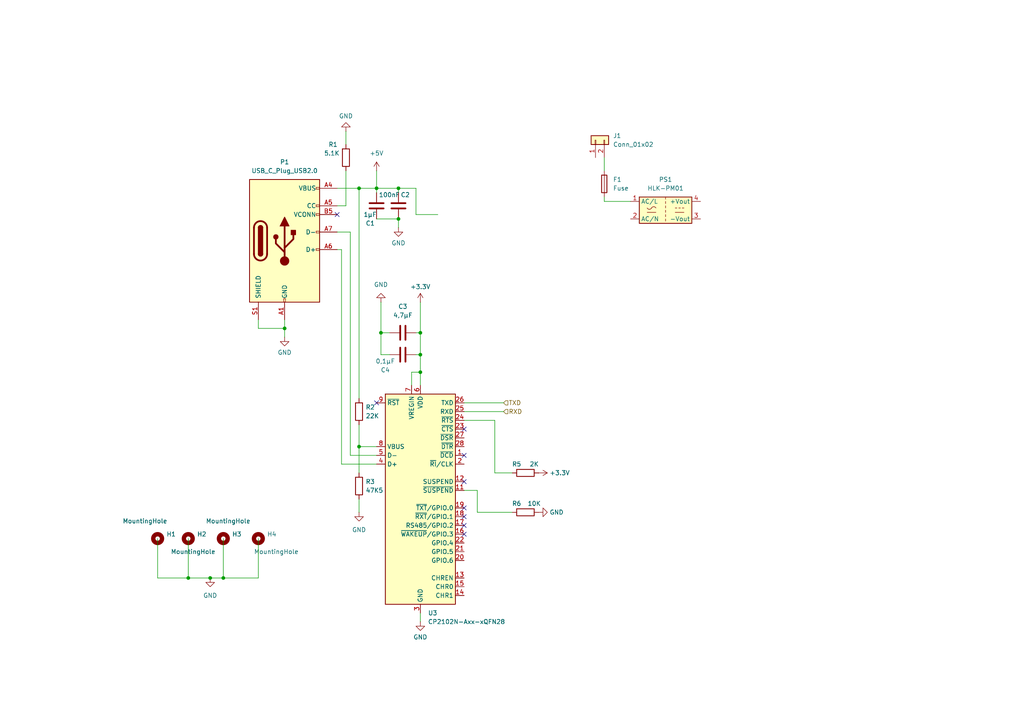
<source format=kicad_sch>
(kicad_sch (version 20231120) (generator "eeschema") (generator_version "8.0")
  (paper "A4")
  (lib_symbols
    (symbol "Connector:USB_C_Plug_USB2.0" (pin_names (offset 1.016))
      (property "Reference" "P" (at -10.16 19.05 0))
      (property "Value" "USB_C_Plug_USB2.0" (at 12.7 19.05 0))
      (symbol "USB_C_Plug_USB2.0_0_0"
        (rectangle (start -0.254 -17.78) (end 0.254 -16.764))
        (rectangle (start 10.16 -2.286) (end 9.144 -2.794))
        (rectangle (start 10.16 2.794) (end 9.144 2.286))
        (rectangle (start 10.16 7.874) (end 9.144 7.366))
        (rectangle (start 10.16 10.414) (end 9.144 9.906))
        (rectangle (start 10.16 15.494) (end 9.144 14.986))
      )
      (symbol "USB_C_Plug_USB2.0_0_1"
        (rectangle (start -10.16 17.78) (end 10.16 -17.78) (stroke (width 0.254)) (fill (type background)))
        (arc (start -8.89 -3.81) (mid -6.985 -5.7067) (end -5.08 -3.81) (stroke (width 0.508)))
        (arc (start -7.62 -3.81) (mid -6.985 -4.4423) (end -6.35 -3.81) (stroke (width 0.254)))
        (arc (start -7.62 -3.81) (mid -6.985 -4.4423) (end -6.35 -3.81) (stroke (width 0.254)) (fill (type outline)))
        (rectangle (start -7.62 -3.81) (end -6.35 3.81) (stroke (width 0.254)) (fill (type outline)))
        (arc (start -6.35 3.81) (mid -6.985 4.4423) (end -7.62 3.81) (stroke (width 0.254)))
        (arc (start -6.35 3.81) (mid -6.985 4.4423) (end -7.62 3.81) (stroke (width 0.254)) (fill (type outline)))
        (arc (start -5.08 3.81) (mid -6.985 5.7067) (end -8.89 3.81) (stroke (width 0.508)))
        (circle (center -2.54 1.143) (radius 0.635) (stroke (width 0.254)) (fill (type outline)))
        (circle (center 0 -5.842) (radius 1.27) (fill (type outline)))
        (polyline (pts (xy -8.89 -3.81) (xy -8.89 3.81)) (stroke (width 0.508)))
        (polyline (pts (xy -5.08 3.81) (xy -5.08 -3.81)) (stroke (width 0.508)))
        (polyline (pts (xy 0 -5.842) (xy 0 4.318)) (stroke (width 0.508)))
        (polyline (pts (xy 0 -3.302) (xy -2.54 -0.762) (xy -2.54 0.508)) (stroke (width 0.508)))
        (polyline (pts (xy 0 -2.032) (xy 2.54 0.508) (xy 2.54 1.778)) (stroke (width 0.508)))
        (polyline (pts (xy -1.27 4.318) (xy 0 6.858) (xy 1.27 4.318) (xy -1.27 4.318)) (stroke (width 0.254)) (fill (type outline)))
        (rectangle (start 1.905 1.778) (end 3.175 3.048) (stroke (width 0.254)) (fill (type outline)))
      )
      (symbol "USB_C_Plug_USB2.0_1_1"
        (pin passive line (at 0 -22.86 90) (length 5.08) (name "GND") (number "A1"))
        (pin passive line (at 0 -22.86 90) (length 5.08) hide (name "GND") (number "A12"))
        (pin passive line (at 15.24 15.24 180) (length 5.08) (name "VBUS") (number "A4"))
        (pin bidirectional line (at 15.24 10.16 180) (length 5.08) (name "CC") (number "A5"))
        (pin bidirectional line (at 15.24 -2.54 180) (length 5.08) (name "D+") (number "A6"))
        (pin bidirectional line (at 15.24 2.54 180) (length 5.08) (name "D-") (number "A7"))
        (pin passive line (at 15.24 15.24 180) (length 5.08) hide (name "VBUS") (number "A9"))
        (pin passive line (at 0 -22.86 90) (length 5.08) hide (name "GND") (number "B1"))
        (pin passive line (at 0 -22.86 90) (length 5.08) hide (name "GND") (number "B12"))
        (pin passive line (at 15.24 15.24 180) (length 5.08) hide (name "VBUS") (number "B4"))
        (pin bidirectional line (at 15.24 7.62 180) (length 5.08) (name "VCONN") (number "B5"))
        (pin passive line (at 15.24 15.24 180) (length 5.08) hide (name "VBUS") (number "B9"))
        (pin passive line (at -7.62 -22.86 90) (length 5.08) (name "SHIELD") (number "S1"))
      )
    )
    (symbol "Connector_Generic:Conn_01x02" (pin_names (offset 1.016) hide)
      (property "Reference" "J" (at 0 2.54 0))
      (property "Value" "Conn_01x02" (at 0 -5.08 0))
      (symbol "Conn_01x02_1_1"
        (rectangle (start -1.27 -2.413) (end 0 -2.667) (stroke (width 0.1524)))
        (rectangle (start -1.27 0.127) (end 0 -0.127) (stroke (width 0.1524)))
        (rectangle (start -1.27 1.27) (end 1.27 -3.81) (stroke (width 0.254)) (fill (type background)))
        (pin passive line (at -5.08 0 0) (length 3.81) (name "Pin_1") (number "1"))
        (pin passive line (at -5.08 -2.54 0) (length 3.81) (name "Pin_2") (number "2"))
      )
    )
    (symbol "Converter_ACDC:HLK-PM01"
      (property "Reference" "PS" (at 0 5.08 0))
      (property "Value" "HLK-PM01" (at 0 -5.08 0))
      (symbol "HLK-PM01_0_1"
        (rectangle (start -7.62 3.81) (end 7.62 -3.81) (stroke (width 0.254)) (fill (type background)))
        (arc (start -5.334 0.635) (mid -4.699 0.2495) (end -4.064 0.635))
        (arc (start -2.794 0.635) (mid -3.429 1.0072) (end -4.064 0.635))
        (polyline (pts (xy -5.334 -0.635) (xy -2.794 -0.635)))
        (polyline (pts (xy 0 -2.54) (xy 0 -3.175)))
        (polyline (pts (xy 0 -1.27) (xy 0 -1.905)))
        (polyline (pts (xy 0 0) (xy 0 -0.635)))
        (polyline (pts (xy 0 1.27) (xy 0 0.635)))
        (polyline (pts (xy 0 2.54) (xy 0 1.905)))
        (polyline (pts (xy 0 3.81) (xy 0 3.175)))
        (polyline (pts (xy 2.794 -0.635) (xy 5.334 -0.635)))
        (polyline (pts (xy 2.794 0.635) (xy 3.302 0.635)))
        (polyline (pts (xy 3.81 0.635) (xy 4.318 0.635)))
        (polyline (pts (xy 4.826 0.635) (xy 5.334 0.635)))
      )
      (symbol "HLK-PM01_1_1"
        (pin power_in line (at -10.16 2.54 0) (length 2.54) (name "AC/L") (number "1"))
        (pin power_in line (at -10.16 -2.54 0) (length 2.54) (name "AC/N") (number "2"))
        (pin power_out line (at 10.16 -2.54 180) (length 2.54) (name "-Vout") (number "3"))
        (pin power_out line (at 10.16 2.54 180) (length 2.54) (name "+Vout") (number "4"))
      )
    )
    (symbol "Device:C" (pin_numbers hide) (pin_names (offset 0.254))
      (property "Reference" "C" (at 0.635 2.54 0))
      (property "Value" "C" (at 0.635 -2.54 0))
      (symbol "C_0_1"
        (polyline (pts (xy -2.032 -0.762) (xy 2.032 -0.762)) (stroke (width 0.508)))
        (polyline (pts (xy -2.032 0.762) (xy 2.032 0.762)) (stroke (width 0.508)))
      )
      (symbol "C_1_1"
        (pin passive line (at 0 3.81 270) (length 2.794) (name "~") (number "1"))
        (pin passive line (at 0 -3.81 90) (length 2.794) (name "~") (number "2"))
      )
    )
    (symbol "Device:Fuse" (pin_numbers hide) (pin_names (offset 0))
      (property "Reference" "F" (at 2.032 0 90))
      (property "Value" "Fuse" (at -1.905 0 90))
      (symbol "Fuse_0_1"
        (rectangle (start -0.762 -2.54) (end 0.762 2.54) (stroke (width 0.254)))
        (polyline (pts (xy 0 2.54) (xy 0 -2.54)))
      )
      (symbol "Fuse_1_1"
        (pin passive line (at 0 3.81 270) (length 1.27) (name "~") (number "1"))
        (pin passive line (at 0 -3.81 90) (length 1.27) (name "~") (number "2"))
      )
    )
    (symbol "Device:R" (pin_numbers hide) (pin_names (offset 0))
      (property "Reference" "R" (at 2.032 0 90))
      (property "Value" "R" (at 0 0 90))
      (symbol "R_0_1"
        (rectangle (start -1.016 -2.54) (end 1.016 2.54) (stroke (width 0.254)))
      )
      (symbol "R_1_1"
        (pin passive line (at 0 3.81 270) (length 1.27) (name "~") (number "1"))
        (pin passive line (at 0 -3.81 90) (length 1.27) (name "~") (number "2"))
      )
    )
    (symbol "Interface_USB:CP2102N-Axx-xQFN28"
      (property "Reference" "U" (at -8.89 31.75 0))
      (property "Value" "CP2102N-Axx-xQFN28" (at 12.7 31.75 0))
      (symbol "CP2102N-Axx-xQFN28_0_1"
        (rectangle (start -10.16 30.48) (end 10.16 -30.48) (stroke (width 0.254)) (fill (type background)))
      )
      (symbol "CP2102N-Axx-xQFN28_1_1"
        (pin input line (at 12.7 12.7 180) (length 2.54) (name "~{DCD}") (number "1"))
        (pin no_connect line (at -10.16 -27.94 0) (length 2.54) hide (name "NC") (number "10"))
        (pin output line (at 12.7 2.54 180) (length 2.54) (name "~{SUSPEND}") (number "11"))
        (pin output line (at 12.7 5.08 180) (length 2.54) (name "SUSPEND") (number "12"))
        (pin output line (at 12.7 -22.86 180) (length 2.54) (name "CHREN") (number "13"))
        (pin output line (at 12.7 -27.94 180) (length 2.54) (name "CHR1") (number "14"))
        (pin output line (at 12.7 -25.4 180) (length 2.54) (name "CHR0") (number "15"))
        (pin bidirectional line (at 12.7 -10.16 180) (length 2.54) (name "~{WAKEUP}/GPIO.3") (number "16"))
        (pin bidirectional line (at 12.7 -7.62 180) (length 2.54) (name "RS485/GPIO.2") (number "17"))
        (pin bidirectional line (at 12.7 -5.08 180) (length 2.54) (name "~{RXT}/GPIO.1") (number "18"))
        (pin bidirectional line (at 12.7 -2.54 180) (length 2.54) (name "~{TXT}/GPIO.0") (number "19"))
        (pin bidirectional line (at 12.7 10.16 180) (length 2.54) (name "~{RI}/CLK") (number "2"))
        (pin bidirectional line (at 12.7 -17.78 180) (length 2.54) (name "GPIO.6") (number "20"))
        (pin bidirectional line (at 12.7 -15.24 180) (length 2.54) (name "GPIO.5") (number "21"))
        (pin bidirectional line (at 12.7 -12.7 180) (length 2.54) (name "GPIO.4") (number "22"))
        (pin input line (at 12.7 20.32 180) (length 2.54) (name "~{CTS}") (number "23"))
        (pin output line (at 12.7 22.86 180) (length 2.54) (name "~{RTS}") (number "24"))
        (pin input line (at 12.7 25.4 180) (length 2.54) (name "RXD") (number "25"))
        (pin output line (at 12.7 27.94 180) (length 2.54) (name "TXD") (number "26"))
        (pin input line (at 12.7 17.78 180) (length 2.54) (name "~{DSR}") (number "27"))
        (pin output line (at 12.7 15.24 180) (length 2.54) (name "~{DTR}") (number "28"))
        (pin passive line (at 0 -33.02 90) (length 2.54) hide (name "GND") (number "29"))
        (pin power_in line (at 0 -33.02 90) (length 2.54) (name "GND") (number "3"))
        (pin bidirectional line (at -12.7 10.16 0) (length 2.54) (name "D+") (number "4"))
        (pin bidirectional line (at -12.7 12.7 0) (length 2.54) (name "D-") (number "5"))
        (pin power_in line (at 0 33.02 270) (length 2.54) (name "VDD") (number "6"))
        (pin power_in line (at -2.54 33.02 270) (length 2.54) (name "VREGIN") (number "7"))
        (pin input line (at -12.7 15.24 0) (length 2.54) (name "VBUS") (number "8"))
        (pin input line (at -12.7 27.94 0) (length 2.54) (name "~{RST}") (number "9"))
      )
    )
    (symbol "Mechanical:MountingHole" (pin_names (offset 1.016)) (exclude_from_sim yes) (in_bom no)
      (property "Reference" "H" (at 0 5.08 0))
      (property "Value" "MountingHole" (at 0 3.175 0))
      (symbol "MountingHole_0_1"
        (circle (center 0 0) (radius 1.27) (stroke (width 1.27)))
      )
    )
    (symbol "power:+3.3V" (power) (pin_numbers hide) (pin_names (offset 0) hide)
      (property "Value" "+3.3V" (at 0 3.556 0))
      (symbol "+3.3V_0_1"
        (polyline (pts (xy -0.762 1.27) (xy 0 2.54)))
        (polyline (pts (xy 0 0) (xy 0 2.54)))
        (polyline (pts (xy 0 2.54) (xy 0.762 1.27)))
      )
      (symbol "+3.3V_1_1"
        (pin power_in line (at 0 0 90) (length 0) (name "~") (number "1"))
      )
    )
    (symbol "power:+5V" (power) (pin_numbers hide) (pin_names (offset 0) hide)
      (property "Value" "+5V" (at 0 3.556 0))
      (symbol "+5V_0_1"
        (polyline (pts (xy -0.762 1.27) (xy 0 2.54)))
        (polyline (pts (xy 0 0) (xy 0 2.54)))
        (polyline (pts (xy 0 2.54) (xy 0.762 1.27)))
      )
      (symbol "+5V_1_1"
        (pin power_in line (at 0 0 90) (length 0) (name "~") (number "1"))
      )
    )
    (symbol "power:GND" (power) (pin_numbers hide) (pin_names (offset 0) hide)
      (property "Value" "GND" (at 0 -3.81 0))
      (symbol "GND_0_1"
        (polyline (pts (xy 0 0) (xy 0 -1.27) (xy 1.27 -1.27) (xy 0 -2.54) (xy -1.27 -1.27) (xy 0 -1.27)))
      )
      (symbol "GND_1_1"
        (pin power_in line (at 0 0 270) (length 0) (name "~") (number "1"))
      )
    )
  )
  (junction (at 64.77 167.64))
  (junction (at 104.14 54.61))
  (junction (at 115.57 63.5))
  (junction (at 104.14 129.54))
  (junction (at 110.49 96.52))
  (junction (at 54.61 167.64))
  (junction (at 60.96 167.64))
  (junction (at 109.22 54.61))
  (junction (at 121.92 102.87))
  (junction (at 121.92 107.95))
  (junction (at 121.92 96.52))
  (junction (at 115.57 54.61))
  (junction (at 82.55 95.25))
  (no_connect (at 97.79 62.23))
  (no_connect (at 134.62 124.46))
  (no_connect (at 134.62 149.86))
  (no_connect (at 134.62 147.32))
  (no_connect (at 134.62 139.7))
  (no_connect (at 134.62 152.4))
  (no_connect (at 134.62 132.08))
  (no_connect (at 134.62 154.94))
  (no_connect (at 109.22 116.84))
  (wire (pts (xy 121.92 177.8) (xy 121.92 180.34)))
  (wire (pts (xy 64.77 167.64) (xy 60.96 167.64)))
  (wire (pts (xy 104.14 54.61) (xy 109.22 54.61)))
  (wire (pts (xy 54.61 167.64) (xy 60.96 167.64)))
  (wire (pts (xy 74.93 156.21) (xy 74.93 167.64)))
  (wire (pts (xy 54.61 156.21) (xy 54.61 167.64)))
  (wire (pts (xy 134.62 116.84) (xy 146.05 116.84)))
  (wire (pts (xy 109.22 132.08) (xy 101.6 132.08)))
  (wire (pts (xy 115.57 54.61) (xy 115.57 55.88)))
  (wire (pts (xy 104.14 123.19) (xy 104.14 129.54)))
  (wire (pts (xy 110.49 87.63) (xy 110.49 96.52)))
  (wire (pts (xy 82.55 92.71) (xy 82.55 95.25)))
  (wire (pts (xy 109.22 134.62) (xy 99.06 134.62)))
  (wire (pts (xy 119.38 107.95) (xy 121.92 107.95)))
  (wire (pts (xy 121.92 107.95) (xy 121.92 111.76)))
  (wire (pts (xy 74.93 92.71) (xy 74.93 95.25)))
  (wire (pts (xy 109.22 54.61) (xy 109.22 55.88)))
  (wire (pts (xy 120.65 54.61) (xy 120.65 62.23)))
  (wire (pts (xy 100.33 38.1) (xy 100.33 41.91)))
  (wire (pts (xy 115.57 54.61) (xy 120.65 54.61)))
  (wire (pts (xy 100.33 59.69) (xy 100.33 49.53)))
  (wire (pts (xy 74.93 167.64) (xy 64.77 167.64)))
  (wire (pts (xy 121.92 87.63) (xy 121.92 96.52)))
  (wire (pts (xy 134.62 119.38) (xy 146.05 119.38)))
  (wire (pts (xy 110.49 96.52) (xy 113.03 96.52)))
  (wire (pts (xy 104.14 144.78) (xy 104.14 148.59)))
  (wire (pts (xy 121.92 102.87) (xy 121.92 107.95)))
  (wire (pts (xy 45.72 167.64) (xy 54.61 167.64)))
  (wire (pts (xy 104.14 129.54) (xy 109.22 129.54)))
  (wire (pts (xy 120.65 102.87) (xy 121.92 102.87)))
  (wire (pts (xy 101.6 67.31) (xy 97.79 67.31)))
  (wire (pts (xy 175.26 58.42) (xy 175.26 57.15)))
  (wire (pts (xy 109.22 63.5) (xy 115.57 63.5)))
  (wire (pts (xy 115.57 63.5) (xy 115.57 66.04)))
  (wire (pts (xy 115.57 54.61) (xy 109.22 54.61)))
  (wire (pts (xy 138.43 142.24) (xy 138.43 148.59)))
  (wire (pts (xy 110.49 102.87) (xy 113.03 102.87)))
  (wire (pts (xy 82.55 95.25) (xy 82.55 97.79)))
  (wire (pts (xy 134.62 121.92) (xy 143.51 121.92)))
  (wire (pts (xy 74.93 95.25) (xy 82.55 95.25)))
  (wire (pts (xy 110.49 96.52) (xy 110.49 102.87)))
  (wire (pts (xy 143.51 121.92) (xy 143.51 137.16)))
  (wire (pts (xy 121.92 96.52) (xy 121.92 102.87)))
  (wire (pts (xy 64.77 156.21) (xy 64.77 167.64)))
  (wire (pts (xy 120.65 62.23) (xy 127 62.23)))
  (wire (pts (xy 104.14 54.61) (xy 104.14 115.57)))
  (wire (pts (xy 97.79 72.39) (xy 99.06 72.39)))
  (wire (pts (xy 120.65 96.52) (xy 121.92 96.52)))
  (wire (pts (xy 97.79 59.69) (xy 100.33 59.69)))
  (wire (pts (xy 104.14 129.54) (xy 104.14 137.16)))
  (wire (pts (xy 97.79 54.61) (xy 104.14 54.61)))
  (wire (pts (xy 119.38 111.76) (xy 119.38 107.95)))
  (wire (pts (xy 134.62 142.24) (xy 138.43 142.24)))
  (wire (pts (xy 109.22 49.53) (xy 109.22 54.61)))
  (wire (pts (xy 45.72 156.21) (xy 45.72 167.64)))
  (wire (pts (xy 175.26 45.72) (xy 175.26 49.53)))
  (wire (pts (xy 101.6 132.08) (xy 101.6 67.31)))
  (wire (pts (xy 182.88 58.42) (xy 175.26 58.42)))
  (wire (pts (xy 99.06 134.62) (xy 99.06 72.39)))
  (wire (pts (xy 143.51 137.16) (xy 148.59 137.16)))
  (wire (pts (xy 138.43 148.59) (xy 148.59 148.59)))
  (hierarchical_label "RXD" (shape input) (at 146.05 119.38 0))
  (hierarchical_label "TXD" (shape input) (at 146.05 116.84 0))
  (symbol (lib_id "power:+5V") (at 109.22 49.53 0) (unit 1)
    (property "Reference" "#PWR07" (effects (hide yes)))
    (property "Value" "+5V" (at 109.22 44.45 0))
    (property "Description" "Power symbol creates a global label with name \"+5V\"" (effects (hide yes)))
  )
  (symbol (lib_id "Mechanical:MountingHole") (at 54.61 156.21 0) (unit 1) (exclude_from_sim yes) (in_bom no)
    (property "Reference" "H2" (at 57.15 154.9399 0) (effects (justify left)))
    (property "Value" "MountingHole" (at 49.53 160.02 0) (effects (justify left)))
    (property "Footprint" "MountingHole:MountingHole_2.2mm_M2_DIN965_Pad" (effects (hide yes)))
    (property "Description" "Mounting Hole without connection" (effects (hide yes)))
  )
  (symbol (lib_id "Connector:USB_C_Plug_USB2.0") (at 82.55 69.85 0) (unit 1)
    (property "Reference" "P1" (at 82.55 46.99 0))
    (property "Value" "USB_C_Plug_USB2.0" (at 82.55 49.53 0))
    (property "Footprint" "Connector_USB:USB_C_Receptacle_GCT_USB4135-GF-A_6P_TopMnt_Horizontal" (effects (hide yes)))
    (property "Datasheet" "https://www.usb.org/sites/default/files/documents/usb_type-c.zip" (effects (hide yes)))
    (property "Description" "USB 2.0-only Type-C Plug connector" (effects (hide yes)))
    (property "LCSC" "C456012" (effects (hide yes)))
  )
  (symbol (lib_id "Device:C") (at 116.84 96.52 90) (unit 1)
    (property "Reference" "C3" (at 116.84 88.9 90))
    (property "Value" "4,7µF" (at 116.84 91.44 90))
    (property "Footprint" "Capacitor_SMD:C_1206_3216Metric" (effects (hide yes)))
    (property "Description" "Unpolarized capacitor" (effects (hide yes)))
    (property "LCSC" "C29823" (effects (hide yes)))
  )
  (symbol (lib_id "Mechanical:MountingHole") (at 74.93 156.21 0) (unit 1) (exclude_from_sim yes) (in_bom no)
    (property "Reference" "H4" (at 77.47 154.9399 0) (effects (justify left)))
    (property "Value" "MountingHole" (at 73.66 160.02 0) (effects (justify left)))
    (property "Footprint" "MountingHole:MountingHole_2.2mm_M2_DIN965_Pad" (effects (hide yes)))
    (property "Description" "Mounting Hole without connection" (effects (hide yes)))
  )
  (symbol (lib_id "power:GND") (at 110.49 87.63 180) (unit 1)
    (property "Reference" "#PWR08" (effects (hide yes)))
    (property "Value" "GND" (at 110.49 82.55 0))
    (property "Description" "Power symbol creates a global label with name \"GND\" , ground" (effects (hide yes)))
  )
  (symbol (lib_id "Device:Fuse") (at 175.26 53.34 0) (unit 1)
    (property "Reference" "F1" (at 177.8 52.0699 0) (effects (justify left)))
    (property "Value" "Fuse" (at 177.8 54.6099 0) (effects (justify left)))
    (property "Footprint" "Fuse:Fuse_Bourns_MF-RG300" (effects (hide yes)))
    (property "Description" "Fuse" (effects (hide yes)))
  )
  (symbol (lib_id "power:GND") (at 121.92 180.34 0) (unit 1)
    (property "Reference" "#PWR012" (effects (hide yes)))
    (property "Value" "GND" (at 121.92 184.785 0))
    (property "Description" "Power symbol creates a global label with name \"GND\" , ground" (effects (hide yes)))
  )
  (symbol (lib_id "Converter_ACDC:HLK-PM01") (at 193.04 60.96 0) (unit 1)
    (property "Reference" "PS1" (at 193.04 52.07 0))
    (property "Value" "HLK-PM01" (at 193.04 54.61 0))
    (property "Footprint" "Converter_ACDC:Converter_ACDC_Hi-Link_HLK-PMxx" (effects (hide yes)))
    (property "Datasheet" "https://h.hlktech.com/download/ACDC%E7%94%B5%E6%BA%90%E6%A8%A1%E5%9D%973W%E7%B3%BB%E5%88%97/1/%E6%B5%B7%E5%87%8C%E7%A7%913W%E7%B3%BB%E5%88%97%E7%94%B5%E6%BA%90%E6%A8%A1%E5%9D%97%E8%A7%84%E6%A0%BC%E4%B9%A6V2.8.pdf" (effects (hide yes)))
    (property "Description" "Compact AC/DC board mount power module 3W 5V" (effects (hide yes)))
  )
  (symbol (lib_id "power:+3.3V") (at 121.92 87.63 0) (unit 1)
    (property "Reference" "#PWR011" (effects (hide yes)))
    (property "Value" "+3.3V" (at 121.92 83.185 0))
    (property "Description" "Power symbol creates a global label with name \"+3.3V\"" (effects (hide yes)))
  )
  (symbol (lib_id "Connector_Generic:Conn_01x02") (at 172.72 40.64 90) (unit 1)
    (property "Reference" "J1" (at 177.8 39.3699 90) (effects (justify right)))
    (property "Value" "Conn_01x02" (at 177.8 41.9099 90) (effects (justify right)))
    (property "Footprint" "Connector_Phoenix_MSTB:PhoenixContact_MSTBVA_2,5_2-G_1x02_P5.00mm_Vertical" (effects (hide yes)))
    (property "Description" "Generic connector, single row, 01x02, script generated (kicad-library-utils/schlib/autogen/connector/)" (effects (hide yes)))
    (property "LCSC" "C8385" (effects (hide yes)))
  )
  (symbol (lib_id "power:GND") (at 104.14 148.59 0) (unit 1)
    (property "Reference" "#PWR06" (effects (hide yes)))
    (property "Value" "GND" (at 104.14 153.67 0))
    (property "Description" "Power symbol creates a global label with name \"GND\" , ground" (effects (hide yes)))
  )
  (symbol (lib_id "Device:C") (at 109.22 59.69 0) (unit 1)
    (property "Reference" "C1" (at 106.045 64.77 0) (effects (justify left)))
    (property "Value" "1µF" (at 105.41 62.23 0) (effects (justify left)))
    (property "Footprint" "Capacitor_SMD:C_1206_3216Metric" (effects (hide yes)))
    (property "Description" "Unpolarized capacitor" (effects (hide yes)))
    (property "LCSC" "C1848" (effects (hide yes)))
  )
  (symbol (lib_id "Mechanical:MountingHole") (at 45.72 156.21 0) (unit 1) (exclude_from_sim yes) (in_bom no)
    (property "Reference" "H1" (at 48.26 154.9399 0) (effects (justify left)))
    (property "Value" "MountingHole" (at 35.56 151.13 0) (effects (justify left)))
    (property "Footprint" "MountingHole:MountingHole_2.2mm_M2_DIN965_Pad" (effects (hide yes)))
    (property "Description" "Mounting Hole without connection" (effects (hide yes)))
  )
  (symbol (lib_id "power:GND") (at 115.57 66.04 0) (unit 1)
    (property "Reference" "#PWR09" (effects (hide yes)))
    (property "Value" "GND" (at 115.57 70.485 0))
    (property "Description" "Power symbol creates a global label with name \"GND\" , ground" (effects (hide yes)))
  )
  (symbol (lib_id "Interface_USB:CP2102N-Axx-xQFN28") (at 121.92 144.78 0) (unit 1)
    (property "Reference" "U3" (at 124.1141 177.8 0) (effects (justify left)))
    (property "Value" "CP2102N-Axx-xQFN28" (at 124.1141 180.34 0) (effects (justify left)))
    (property "Footprint" "Package_DFN_QFN:QFN-28-1EP_5x5mm_P0.5mm_EP3.35x3.35mm" (effects (hide yes)))
    (property "Datasheet" "https://www.silabs.com/documents/public/data-sheets/cp2102n-datasheet.pdf" (effects (hide yes)))
    (property "Description" "USB to UART master bridge, QFN-28" (effects (hide yes)))
  )
  (symbol (lib_id "Device:R") (at 104.14 140.97 0) (unit 1)
    (property "Reference" "R3" (at 106.045 139.6999 0) (effects (justify left)))
    (property "Value" "47K5" (at 106.045 142.2399 0) (effects (justify left)))
    (property "Footprint" "Resistor_SMD:R_0603_1608Metric" (effects (hide yes)))
    (property "Description" "Resistor" (effects (hide yes)))
    (property "LCSC" "C25819" (effects (hide yes)))
  )
  (symbol (lib_id "Device:C") (at 116.84 102.87 90) (unit 1)
    (property "Reference" "C4" (at 111.76 107.315 90))
    (property "Value" "0,1µF" (at 111.76 104.775 90))
    (property "Footprint" "Capacitor_SMD:C_1206_3216Metric" (effects (hide yes)))
    (property "Description" "Unpolarized capacitor" (effects (hide yes)))
    (property "LCSC" "C24497" (effects (hide yes)))
  )
  (symbol (lib_id "Device:C") (at 115.57 59.69 0) (unit 1)
    (property "Reference" "C2" (at 116.205 56.515 0) (effects (justify left)))
    (property "Value" "100nF" (at 109.855 56.515 0) (effects (justify left)))
    (property "Footprint" "Capacitor_SMD:C_1206_3216Metric" (effects (hide yes)))
    (property "Description" "Unpolarized capacitor" (effects (hide yes)))
    (property "LCSC" "C24497" (effects (hide yes)))
  )
  (symbol (lib_id "power:+3.3V") (at 156.21 137.16 270) (unit 1)
    (property "Reference" "#PWR014" (effects (hide yes)))
    (property "Value" "+3.3V" (at 159.385 137.1599 90) (effects (justify left)))
    (property "Description" "Power symbol creates a global label with name \"+3.3V\"" (effects (hide yes)))
  )
  (symbol (lib_id "power:GND") (at 156.21 148.59 90) (unit 1)
    (property "Reference" "#PWR015" (effects (hide yes)))
    (property "Value" "GND" (at 159.385 148.5899 90) (effects (justify right)))
    (property "Description" "Power symbol creates a global label with name \"GND\" , ground" (effects (hide yes)))
  )
  (symbol (lib_id "power:GND") (at 82.55 97.79 0) (unit 1)
    (property "Reference" "#PWR04" (effects (hide yes)))
    (property "Value" "GND" (at 82.55 102.235 0))
    (property "Description" "Power symbol creates a global label with name \"GND\" , ground" (effects (hide yes)))
  )
  (symbol (lib_id "Mechanical:MountingHole") (at 64.77 156.21 0) (unit 1) (exclude_from_sim yes) (in_bom no)
    (property "Reference" "H3" (at 67.31 154.9399 0) (effects (justify left)))
    (property "Value" "MountingHole" (at 59.69 151.13 0) (effects (justify left)))
    (property "Footprint" "MountingHole:MountingHole_2.2mm_M2_DIN965_Pad" (effects (hide yes)))
    (property "Description" "Mounting Hole without connection" (effects (hide yes)))
  )
  (symbol (lib_id "power:GND") (at 100.33 38.1 180) (unit 1)
    (property "Reference" "#PWR05" (effects (hide yes)))
    (property "Value" "GND" (at 100.33 33.655 0))
    (property "Description" "Power symbol creates a global label with name \"GND\" , ground" (effects (hide yes)))
  )
  (symbol (lib_id "Device:R") (at 104.14 119.38 0) (unit 1)
    (property "Reference" "R2" (at 106.045 118.1099 0) (effects (justify left)))
    (property "Value" "22K" (at 106.045 120.6499 0) (effects (justify left)))
    (property "Footprint" "Resistor_SMD:R_0603_1608Metric" (effects (hide yes)))
    (property "Description" "Resistor" (effects (hide yes)))
    (property "LCSC" "C31850" (effects (hide yes)))
  )
  (symbol (lib_id "power:GND") (at 60.96 167.64 0) (unit 1)
    (property "Reference" "#PWR01" (effects (hide yes)))
    (property "Value" "GND" (at 60.96 172.72 0))
    (property "Description" "Power symbol creates a global label with name \"GND\" , ground" (effects (hide yes)))
  )
  (symbol (lib_id "Device:R") (at 100.33 45.72 0) (unit 1)
    (property "Reference" "R1" (at 95.25 41.91 0) (effects (justify left)))
    (property "Value" "5.1K" (at 93.98 44.45 0) (effects (justify left)))
    (property "Footprint" "Resistor_SMD:R_0603_1608Metric" (effects (hide yes)))
    (property "Description" "Resistor" (effects (hide yes)))
    (property "LCSC" "C23186" (effects (hide yes)))
  )
  (symbol (lib_id "Device:R") (at 152.4 148.59 90) (unit 1)
    (property "Reference" "R6" (at 149.86 146.05 90))
    (property "Value" "10K" (at 154.94 146.05 90))
    (property "Footprint" "Resistor_SMD:R_1206_3216Metric" (effects (hide yes)))
    (property "Description" "Resistor" (effects (hide yes)))
    (property "LCSC" "C17902" (effects (hide yes)))
  )
  (symbol (lib_id "Device:R") (at 152.4 137.16 90) (unit 1)
    (property "Reference" "R5" (at 149.86 134.62 90))
    (property "Value" "2K" (at 154.94 134.62 90))
    (property "Footprint" "Resistor_SMD:R_1206_3216Metric" (effects (hide yes)))
    (property "Description" "Resistor" (effects (hide yes)))
    (property "LCSC" "C17944" (effects (hide yes)))
  )
)
</source>
